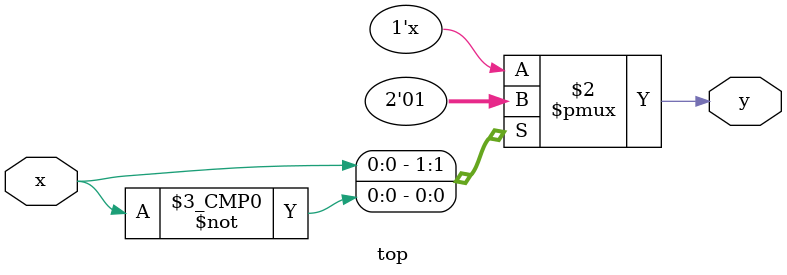
<source format=v>
module top(
	input wire x,
	output reg y
);
	always @* begin
		case (top.x)
			1: top.y = 0;
			0: top.y = 1;
		endcase
	end
endmodule

</source>
